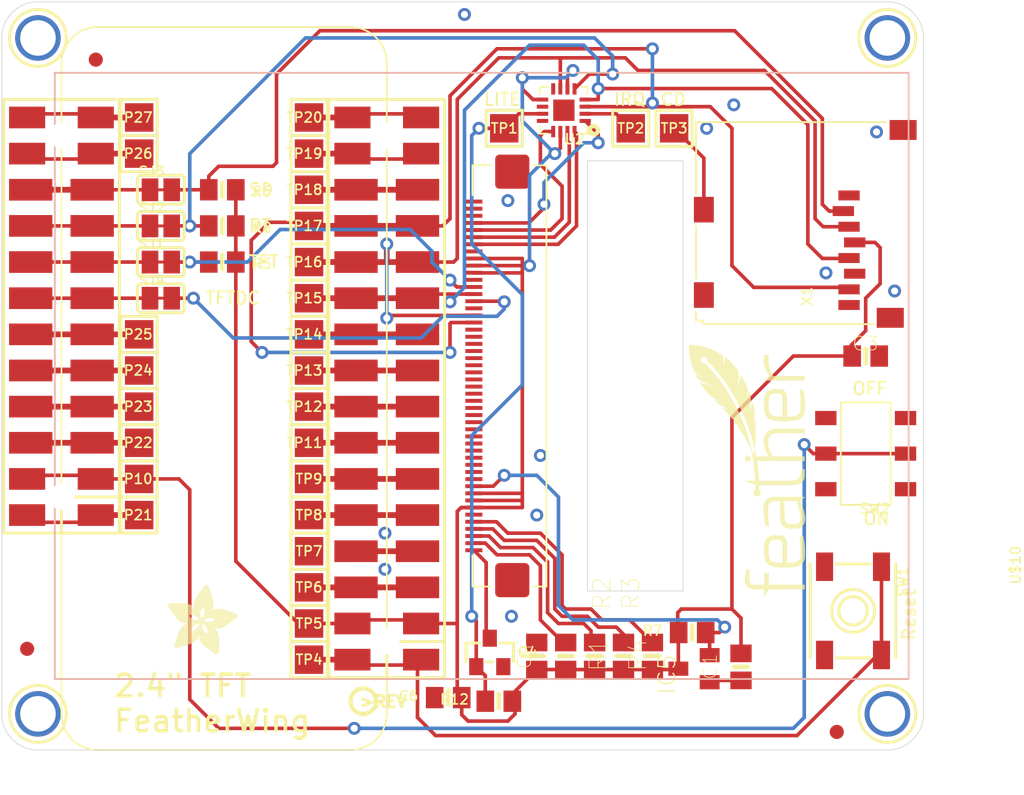
<source format=kicad_pcb>
(kicad_pcb (version 20211014) (generator pcbnew)
  (layers (0 "F.Cu" signal) (1 "In1.Cu" signal) (2 "In2.Cu" signal) (3 "In3.Cu" signal) (4 "In4.Cu" signal) (5 "In5.Cu" signal) (6 "In6.Cu" signal) (7 "In7.Cu" signal) (8 "In8.Cu" signal) (9 "In9.Cu" signal) (10 "In10.Cu" signal) (11 "In11.Cu" signal) (12 "In12.Cu" signal) (13 "In13.Cu" signal) (14 "In14.Cu" signal) (31 "B.Cu" signal) (34 "B.Paste" user) (35 "F.Paste" user) (36 "B.SilkS" user "B.Silkscreen") (37 "F.SilkS" user "F.Silkscreen") (38 "B.Mask" user) (39 "F.Mask" user) (44 "Edge.Cuts" user))
  (net 0 "")
  (net 1 "GND")
  (net 2 "TFT_CS")
  (net 3 "TFT_DC")
  (net 4 "N$1")
  (net 5 "N$2")
  (net 6 "N$3")
  (net 7 "N$4")
  (net 8 "LCD_LITE")
  (net 9 "N$5")
  (net 10 "SD_CS")
  (net 11 "CARDDET")
  (net 12 "3.3V")
  (net 13 "MISO")
  (net 14 "TFT_RST")
  (net 15 "XL")
  (net 16 "XR")
  (net 17 "YU")
  (net 18 "YD")
  (net 19 "RT_INT")
  (net 20 "SCLK")
  (net 21 "MOSI")
  (net 22 "~{RESET}")
  (net 23 "VBAT")
  (net 24 "EN")
  (net 25 "USB")
  (net 26 "N")
  (net 27 "M")
  (net 28 "L")
  (net 29 "H")
  (net 30 "SCL")
  (net 31 "SDA")
  (net 32 "G")
  (net 33 "TX")
  (net 34 "RX")
  (net 35 "F")
  (net 36 "E")
  (net 37 "D")
  (net 38 "C")
  (net 39 "B")
  (net 40 "A")
  (net 41 "AREF")
  (net 42 "RT_CS")
  (net 43 "K")
  (net 44 "J")
  (net 45 "I")
  (footprint "boardEagle:TESTPOINT_PAD_2MM" (layer "F.Cu") (at 137.7061 117.3226 180)
    (fp_text reference "TP7")
    (fp_text value "")
  )
  (footprint "boardEagle:TESTPOINT_PAD_2MM" (layer "F.Cu") (at 137.7061 102.0826 180)
    (fp_text reference "TP14")
    (fp_text value "")
  )
  (footprint "boardEagle:TESTPOINT_PAD_2MM" (layer "F.Cu") (at 137.7061 109.7026 180)
    (fp_text reference "TP11")
    (fp_text value "")
  )
  (footprint "boardEagle:TESTPOINT_PAD_2MM" (layer "F.Cu") (at 137.7061 91.9226 180)
    (fp_text reference "TP18")
    (fp_text value "")
  )
  (footprint "boardEagle:ADAFRUIT_5MM" (layer "F.Cu") (at 127.8001 124.5616)
    (fp_text reference "U$30" hide)
    (fp_text value "" hide)
  )
  (footprint "boardEagle:MOUNTINGHOLE_2.5_PLATED" (layer "F.Cu") (at 118.6561 128.7526)
    (fp_text reference "U$9" hide)
    (fp_text value "MOUNTINGHOLE2.5" hide)
  )
  (footprint "boardEagle:FEATHERLOGO_MED" (layer "F.Cu") (at 172.6311 120.6246 90)
    (fp_text reference "U$29" hide)
    (fp_text value "" hide)
  )
  (footprint "boardEagle:0805-NO" (layer "F.Cu") (at 151.0411 127.8636 180)
    (fp_text reference "R12")
    (fp_text value "3.9K")
  )
  (footprint "boardEagle:SOLDERJUMPER_CLOSEDWIRE" (layer "F.Cu") (at 127.2921 91.9226)
    (fp_text reference "SJ3")
    (fp_text value "")
  )
  (footprint "boardEagle:TESTPOINT_PAD_2MM" (layer "F.Cu") (at 125.7681 89.3826 180)
    (fp_text reference "TP26")
    (fp_text value "")
  )
  (footprint "boardEagle:TESTPOINT_PAD_2MM" (layer "F.Cu") (at 137.7061 114.7826 180)
    (fp_text reference "TP8")
    (fp_text value "")
  )
  (footprint "boardEagle:0805-NO" (layer "F.Cu") (at 131.6101 91.9226)
    (fp_text reference "R6")
    (fp_text value "100K")
  )
  (footprint "boardEagle:SOT23-WIDE" (layer "F.Cu") (at 150.4061 124.4346)
    (fp_text reference "Q4")
    (fp_text value "BSS138")
  )
  (footprint "boardEagle:TESTPOINT_PAD_2MM" (layer "F.Cu") (at 125.7681 112.2426 180)
    (fp_text reference "TP10")
    (fp_text value "")
  )
  (footprint "boardEagle:SOLDERJUMPER_CLOSEDWIRE" (layer "F.Cu") (at 127.2921 94.4626)
    (fp_text reference "SJ2")
    (fp_text value "")
  )
  (footprint "boardEagle:TESTPOINT_PAD_2MM" (layer "F.Cu") (at 137.7061 107.1626 180)
    (fp_text reference "TP12")
    (fp_text value "")
  )
  (footprint "boardEagle:0805-NO" (layer "F.Cu") (at 155.7401 124.6886 90)
    (fp_text reference "R1")
    (fp_text value "10")
  )
  (footprint "boardEagle:0805-NO" (layer "F.Cu") (at 176.8221 103.6066)
    (fp_text reference "C3")
    (fp_text value "10uF")
  )
  (footprint "boardEagle:EG1390" (layer "F.Cu") (at 176.8221 110.4646 90)
    (fp_text reference "SW2")
    (fp_text value "Slide Switch")
  )
  (footprint "boardEagle:0805-NO" (layer "F.Cu") (at 159.8041 124.6886 90)
    (fp_text reference "R3")
    (fp_text value "10")
  )
  (footprint "boardEagle:TESTPOINT_PAD_2MM" (layer "F.Cu") (at 137.7061 97.0026 180)
    (fp_text reference "TP16")
    (fp_text value "")
  )
  (footprint "boardEagle:QFN16_3MM" (layer "F.Cu") (at 155.6131 86.3346 180)
    (fp_text reference "U2")
    (fp_text value "STMPE811")
  )
  (footprint "boardEagle:MOUNTINGHOLE_2.5_PLATED" (layer "F.Cu") (at 118.6561 81.2546)
    (fp_text reference "U$11" hide)
    (fp_text value "MOUNTINGHOLE2.5" hide)
  )
  (footprint "boardEagle:PCBFEAT-REV-040" (layer "F.Cu") (at 141.5161 127.8636)
    (fp_text reference "U$34" hide)
    (fp_text value "" hide)
  )
  (footprint "boardEagle:TESTPOINT_PAD_2MM" (layer "F.Cu") (at 160.3121 87.6046)
    (fp_text reference "TP2")
    (fp_text value "")
  )
  (footprint "boardEagle:0805-NO" (layer "F.Cu") (at 164.6301 123.0376 180)
    (fp_text reference "R7")
    (fp_text value "10K")
  )
  (footprint "boardEagle:TESTPOINT_PAD_2MM" (layer "F.Cu") (at 125.7681 114.7826 180)
    (fp_text reference "TP21")
    (fp_text value "")
  )
  (footprint "boardEagle:TESTPOINT_PAD_2MM" (layer "F.Cu") (at 125.7681 109.7026 180)
    (fp_text reference "TP22")
    (fp_text value "")
  )
  (footprint "boardEagle:TESTPOINT_PAD_2MM" (layer "F.Cu") (at 125.7681 102.0826 180)
    (fp_text reference "TP25")
    (fp_text value "")
  )
  (footprint "boardEagle:FIDUCIAL_1MM" (layer "F.Cu") (at 122.7201 82.7786)
    (fp_text reference "FID1" hide)
    (fp_text value "FIDUCIAL\"\"" hide)
  )
  (footprint "boardEagle:0805-NO" (layer "F.Cu") (at 131.6101 94.4626)
    (fp_text reference "R8")
    (fp_text value "100K")
  )
  (footprint "boardEagle:0805-NO" (layer "F.Cu") (at 131.6101 97.0026)
    (fp_text reference "R5")
    (fp_text value "100K")
  )
  (footprint "boardEagle:0805-NO" (layer "F.Cu") (at 153.7081 124.6886 90)
    (fp_text reference "C4")
    (fp_text value "0.1uF")
  )
  (footprint "boardEagle:FEATHERWING_SMT2" (layer "F.Cu") (at 143.1671 131.2926 90)
    (fp_text reference "MS2" hide)
    (fp_text value "FEATHERWING_SMTDUAL" hide)
  )
  (footprint "boardEagle:FIDUCIAL_1MM" (layer "F.Cu") (at 174.7901 130.0226)
    (fp_text reference "FID2" hide)
    (fp_text value "FIDUCIAL\"\"" hide)
  )
  (footprint "boardEagle:SOLDERJUMPER_CLOSEDWIRE" (layer "F.Cu") (at 127.2921 99.5426)
    (fp_text reference "SJ4")
    (fp_text value "")
  )
  (footprint "boardEagle:MOUNTINGHOLE_2.5_PLATED" (layer "F.Cu") (at 178.3461 128.7526)
    (fp_text reference "U$15" hide)
    (fp_text value "MOUNTINGHOLE2.5" hide)
  )
  (footprint "boardEagle:TESTPOINT_PAD_2MM" (layer "F.Cu") (at 125.7681 107.1626 180)
    (fp_text reference "TP23")
    (fp_text value "")
  )
  (footprint "boardEagle:TESTPOINT_PAD_2MM" (layer "F.Cu") (at 137.7061 122.4026)
    (fp_text reference "TP5")
    (fp_text value "")
  )
  (footprint "boardEagle:TESTPOINT_PAD_2MM" (layer "F.Cu") (at 137.7061 94.4626 180)
    (fp_text reference "TP17")
    (fp_text value "")
  )
  (footprint "boardEagle:TESTPOINT_PAD_2MM" (layer "F.Cu") (at 137.7061 119.8626)
    (fp_text reference "TP6")
    (fp_text value "")
  )
  (footprint "boardEagle:0805-NO" (layer "F.Cu") (at 147.4851 127.6096 180)
    (fp_text reference "C6")
    (fp_text value "10uF")
  )
  (footprint "boardEagle:TESTPOINT_PAD_2MM" (layer "F.Cu") (at 125.7681 104.6226 180)
    (fp_text reference "TP24")
    (fp_text value "")
  )
  (footprint "boardEagle:MICROSD" (layer "F.Cu") (at 165.0111 101.3206 90)
    (fp_text reference "X1")
    (fp_text value "MicroSD Holder")
  )
  (footprint "boardEagle:TESTPOINT_PAD_2MM" (layer "F.Cu") (at 137.7061 99.5426 180)
    (fp_text reference "TP15")
    (fp_text value "")
  )
  (footprint "boardEagle:0805-NO" (layer "F.Cu") (at 161.8361 124.6886 90)
    (fp_text reference "R4")
    (fp_text value "10")
  )
  (footprint "boardEagle:0805-NO" (layer "F.Cu") (at 157.7721 124.6886 90)
    (fp_text reference "R2")
    (fp_text value "10")
  )
  (footprint "boardEagle:TESTPOINT_PAD_2MM" (layer "F.Cu") (at 151.4221 87.6046)
    (fp_text reference "TP1")
    (fp_text value "")
  )
  (footprint "boardEagle:TESTPOINT_PAD_2MM" (layer "F.Cu") (at 137.7061 124.9426)
    (fp_text reference "TP4")
    (fp_text value "")
  )
  (footprint "boardEagle:TESTPOINT_PAD_2MM" (layer "F.Cu") (at 163.3601 87.6046)
    (fp_text reference "TP3")
    (fp_text value "")
  )
  (footprint "boardEagle:TESTPOINT_PAD_2MM" (layer "F.Cu") (at 125.7681 86.8426 180)
    (fp_text reference "TP27")
    (fp_text value "")
  )
  (footprint "boardEagle:MOUNTINGHOLE_2.5_PLATED" (layer "F.Cu") (at 178.3461 81.2546)
    (fp_text reference "U$17" hide)
    (fp_text value "MOUNTINGHOLE2.5" hide)
  )
  (footprint "boardEagle:TESTPOINT_PAD_2MM" (layer "F.Cu") (at 137.7061 89.3826 180)
    (fp_text reference "TP19")
    (fp_text value "")
  )
  (footprint "boardEagle:SOLDERJUMPER_CLOSEDWIRE" (layer "F.Cu") (at 127.2921 97.0026)
    (fp_text reference "SJ1")
    (fp_text value "")
  )
  (footprint "boardEagle:EVQ-Q2_SMALLER" (layer "F.Cu") (at 175.9331 121.5136 -90)
    (fp_text reference "SW1")
    (fp_text value "EVQQ2")
  )
  (footprint "boardEagle:TESTPOINT_PAD_2MM" (layer "F.Cu") (at 137.7061 112.2426 180)
    (fp_text reference "TP9")
    (fp_text value "")
  )
  (footprint "boardEagle:0805-NO" (layer "F.Cu") (at 168.0591 125.4506 -90)
    (fp_text reference "C1")
    (fp_text value "0.1uF")
  )
  (footprint "boardEagle:SOT23" (layer "F.Cu") (at 164.7571 125.5776 90)
    (fp_text reference "IC5")
    (fp_text value "APX803")
  )
  (footprint "boardEagle:TESTPOINT_PAD_2MM" (layer "F.Cu") (at 137.7061 104.6226 180)
    (fp_text reference "TP13")
    (fp_text value "")
  )
  (footprint "boardEagle:TESTPOINT_PAD_2MM" (layer "F.Cu") (at 137.7061 86.8426 180)
    (fp_text reference "TP20")
    (fp_text value "")
  )
  (footprint "boardEagle:FIDUCIAL_1MM" (layer "F.Cu") (at 117.8941 124.1806)
    (fp_text reference "FID3" hide)
    (fp_text value "FIDUCIAL\"\"" hide)
  )
  (footprint "boardEagle:TFT_2.4IN_240X320_50PIN" (layer "B.Cu") (at 177.8381 105.0036 -90)
    (fp_text reference "U$10")
    (fp_text value "DISP_LCD_240X320_50PIN-2.4IN")
  )
  (gr_line (start 178.3461 131.2926) (end 118.6561 131.2926) (layer "Edge.Cuts") (width 0.05))
  (gr_arc (start 180.8861 128.7526) (mid 180.142151 130.548651) (end 178.3461 131.2926) (layer "Edge.Cuts") (width 0.05))
  (gr_arc (start 116.1161 81.2546) (mid 116.860049 79.458549) (end 118.6561 78.7146) (layer "Edge.Cuts") (width 0.05))
  (gr_line (start 157.2641 120.1166) (end 157.2641 89.8906) (layer "Edge.Cuts") (width 0.05))
  (gr_arc (start 178.3461 78.7146) (mid 180.142151 79.458549) (end 180.8861 81.2546) (layer "Edge.Cuts") (width 0.05))
  (gr_line (start 180.8861 81.2546) (end 180.8861 128.7526) (layer "Edge.Cuts") (width 0.05))
  (gr_line (start 116.1161 128.7526) (end 116.1161 81.2546) (layer "Edge.Cuts") (width 0.05))
  (gr_line (start 163.9951 89.8906) (end 163.9951 120.1166) (layer "Edge.Cuts") (width 0.05))
  (gr_line (start 157.2641 89.8906) (end 163.9951 89.8906) (layer "Edge.Cuts") (width 0.05))
  (gr_line (start 118.6561 78.7146) (end 178.3461 78.7146) (layer "Edge.Cuts") (width 0.05))
  (gr_arc (start 118.6561 131.2926) (mid 116.860049 130.548651) (end 116.1161 128.7526) (layer "Edge.Cuts") (width 0.05))
  (gr_line (start 163.9951 120.1166) (end 157.2641 120.1166) (layer "Edge.Cuts") (width 0.05))
  (gr_text "ON" (at 176.5681 115.5446) (layer "F.SilkS") (effects (font (size 0.87376 0.87376) (thickness 0.14224)) (justify left bottom)))
  (gr_text "CD" (at 162.3441 86.0806) (layer "F.SilkS") (effects (font (size 0.87376 0.87376) (thickness 0.14224)) (justify left bottom)))
  (gr_text "TFT" (at 133.3881 97.5106) (layer "F.SilkS") (effects (font (size 0.87376 0.87376) (thickness 0.14224)) (justify left bottom)))
  (gr_text "2.4\" TFT\nFeatherWing" (at 123.8631 130.1496) (layer "F.SilkS") (effects (font (size 1.52908 1.52908) (thickness 0.24892)) (justify left bottom)))
  (gr_text "RT" (at 133.3881 94.9706) (layer "F.SilkS") (effects (font (size 0.87376 0.87376) (thickness 0.14224)) (justify left bottom)))
  (gr_text "LITE" (at 149.8981 86.0806) (layer "F.SilkS") (effects (font (size 0.87376 0.87376) (thickness 0.14224)) (justify left bottom)))
  (gr_text "TFTDC" (at 130.3401 100.0506) (layer "F.SilkS") (effects (font (size 0.87376 0.87376) (thickness 0.14224)) (justify left bottom)))
  (gr_text "Reset" (at 180.3781 123.6726 90) (layer "F.SilkS") (effects (font (size 0.87376 0.87376) (thickness 0.14224)) (justify left bottom)))
  (gr_text "SD" (at 133.3881 92.4306) (layer "F.SilkS") (effects (font (size 0.87376 0.87376) (thickness 0.14224)) (justify left bottom)))
  (gr_text "IRQ" (at 159.0421 86.0806) (layer "F.SilkS") (effects (font (size 0.87376 0.87376) (thickness 0.14224)) (justify left bottom)))
  (gr_text "OFF" (at 175.8061 106.4006) (layer "F.SilkS") (effects (font (size 0.87376 0.87376) (thickness 0.14224)) (justify left bottom)))
  (segment (start 141.0081 117.3226) (end 145.3261 117.3226) (width 0.4064) (layer "F.Cu") (net 1))
  (segment (start 168.0591 126.4006) (end 165.9841 126.4006) (width 0.254) (layer "F.Cu") (net 1))
  (segment (start 165.9841 126.4006) (end 165.8571 126.5276) (width 0.254) (layer "F.Cu") (net 1))
  (via (at 153.7081 114.7826) (size 0.9064) (drill 0.5) (layers "F.Cu" "B.Cu") (net 1))
  (via (at 174.0281 97.7646) (size 0.9064) (drill 0.5) (layers "F.Cu" "B.Cu") (net 1))
  (via (at 165.6461 87.6046) (size 0.9064) (drill 0.5) (layers "F.Cu" "B.Cu") (net 1))
  (via (at 167.5511 85.9536) (size 0.9064) (drill 0.5) (layers "F.Cu" "B.Cu") (net 1))
  (via (at 148.6281 79.6036) (size 0.9064) (drill 0.5) (layers "F.Cu" "B.Cu") (net 1))
  (via (at 151.9301 121.8946) (size 0.9064) (drill 0.5) (layers "F.Cu" "B.Cu") (net 1))
  (via (at 151.6761 92.6846) (size 0.9064) (drill 0.5) (layers "F.Cu" "B.Cu") (net 1))
  (via (at 143.0401 116.0526) (size 0.9064) (drill 0.5) (layers "F.Cu" "B.Cu") (net 1))
  (via (at 178.8541 99.0346) (size 0.9064) (drill 0.5) (layers "F.Cu" "B.Cu") (net 1))
  (via (at 143.0401 118.5926) (size 0.9064) (drill 0.5) (layers "F.Cu" "B.Cu") (net 1))
  (via (at 177.5841 87.8586) (size 0.9064) (drill 0.5) (layers "F.Cu" "B.Cu") (net 1))
  (via (at 153.9621 110.5916) (size 0.9064) (drill 0.5) (layers "F.Cu" "B.Cu") (net 1))
  (segment (start 149.2871 98.7536) (end 148.0931 98.7536) (width 0.254) (layer "F.Cu") (net 2))
  (segment (start 129.3241 97.0026) (end 130.6601 97.0026) (width 0.254) (layer "F.Cu") (net 2))
  (segment (start 128.0541 97.0026) (end 129.3241 97.0026) (width 0.254) (layer "F.Cu") (net 2))
  (segment (start 148.0931 98.7536) (end 147.6121 98.2726) (width 0.254) (layer "F.Cu") (net 2))
  (via (at 147.6121 98.2726) (size 0.9064) (drill 0.5) (layers "F.Cu" "B.Cu") (net 2))
  (via (at 129.3241 97.0026) (size 0.9064) (drill 0.5) (layers "F.Cu" "B.Cu") (net 2))
  (segment (start 146.3421 97.0026) (end 147.6121 98.2726) (width 0.254) (layer "B.Cu") (net 2))
  (segment (start 129.3241 97.0026) (end 133.3881 97.0026) (width 0.254) (layer "B.Cu") (net 2))
  (segment (start 146.3421 96.2406) (end 146.3421 97.0026) (width 0.254) (layer "B.Cu") (net 2))
  (segment (start 133.3881 97.0026) (end 135.6741 94.7166) (width 0.254) (layer "B.Cu") (net 2))
  (segment (start 144.8181 94.7166) (end 146.3421 96.2406) (width 0.254) (layer "B.Cu") (net 2))
  (segment (start 135.6741 94.7166) (end 144.8181 94.7166) (width 0.254) (layer "B.Cu") (net 2))
  (segment (start 151.4221 99.7966) (end 151.3791 99.7536) (width 0.254) (layer "F.Cu") (net 3))
  (segment (start 151.3791 99.7536) (end 149.2871 99.7536) (width 0.254) (layer "F.Cu") (net 3))
  (segment (start 128.0541 99.5426) (end 129.5781 99.5426) (width 0.254) (layer "F.Cu") (net 3))
  (via (at 151.4221 99.7966) (size 0.9064) (drill 0.5) (layers "F.Cu" "B.Cu") (net 3))
  (via (at 129.5781 99.5426) (size 0.9064) (drill 0.5) (layers "F.Cu" "B.Cu") (net 3))
  (segment (start 145.5801 102.3366) (end 147.1041 100.8126) (width 0.254) (layer "B.Cu") (net 3))
  (segment (start 132.3721 102.3366) (end 145.5801 102.3366) (width 0.254) (layer "B.Cu") (net 3))
  (segment (start 150.9141 100.8126) (end 151.4221 100.3046) (width 0.254) (layer "B.Cu") (net 3))
  (segment (start 129.5781 99.5426) (end 132.3721 102.3366) (width 0.254) (layer "B.Cu") (net 3))
  (segment (start 147.1041 100.8126) (end 150.9141 100.8126) (width 0.254) (layer "B.Cu") (net 3))
  (segment (start 151.4221 100.3046) (end 151.4221 99.7966) (width 0.254) (layer "B.Cu") (net 3))
  (segment (start 149.2871 115.2536) (end 150.8771 115.2536) (width 0.254) (layer "F.Cu") (net 4))
  (segment (start 158.2801 122.1486) (end 160.2461 122.1486) (width 0.254) (layer "F.Cu") (net 4))
  (segment (start 157.5181 121.3866) (end 158.2801 122.1486) (width 0.254) (layer "F.Cu") (net 4))
  (segment (start 151.6761 116.0526) (end 153.9621 116.0526) (width 0.254) (layer "F.Cu") (net 4))
  (segment (start 155.4861 117.5766) (end 155.4861 121.1326) (width 0.254) (layer "F.Cu") (net 4))
  (segment (start 155.4861 121.1326) (end 155.7401 121.3866) (width 0.254) (layer "F.Cu") (net 4))
  (segment (start 153.9621 116.0526) (end 155.4861 117.5766) (width 0.254) (layer "F.Cu") (net 4))
  (segment (start 160.2461 122.1486) (end 161.8361 123.7386) (width 0.254) (layer "F.Cu") (net 4))
  (segment (start 155.7401 121.3866) (end 157.5181 121.3866) (width 0.254) (layer "F.Cu") (net 4))
  (segment (start 150.8771 115.2536) (end 151.6761 116.0526) (width 0.254) (layer "F.Cu") (net 4))
  (segment (start 150.9141 117.5766) (end 153.2001 117.5766) (width 0.254) (layer "F.Cu") (net 5))
  (segment (start 153.2001 117.5766) (end 153.9621 118.3386) (width 0.254) (layer "F.Cu") (net 5))
  (segment (start 149.2871 116.7536) (end 150.0911 116.7536) (width 0.254) (layer "F.Cu") (net 5))
  (segment (start 153.9621 118.3386) (end 153.9621 122.1486) (width 0.254) (layer "F.Cu") (net 5))
  (segment (start 150.0911 116.7536) (end 150.9141 117.5766) (width 0.254) (layer "F.Cu") (net 5))
  (segment (start 153.9621 122.1486) (end 155.5521 123.7386) (width 0.254) (layer "F.Cu") (net 5))
  (segment (start 155.5521 123.7386) (end 155.7401 123.7386) (width 0.254) (layer "F.Cu") (net 5))
  (segment (start 157.5181 123.4846) (end 157.7721 123.7386) (width 0.254) (layer "F.Cu") (net 6))
  (segment (start 151.1681 117.0686) (end 153.4541 117.0686) (width 0.254) (layer "F.Cu") (net 6))
  (segment (start 157.0101 122.4026) (end 157.5181 122.9106) (width 0.254) (layer "F.Cu") (net 6))
  (segment (start 149.2871 116.2536) (end 150.3531 116.2536) (width 0.254) (layer "F.Cu") (net 6))
  (segment (start 155.2321 122.4026) (end 157.0101 122.4026) (width 0.254) (layer "F.Cu") (net 6))
  (segment (start 154.4701 118.0846) (end 154.4701 121.6406) (width 0.254) (layer "F.Cu") (net 6))
  (segment (start 150.3531 116.2536) (end 151.1681 117.0686) (width 0.254) (layer "F.Cu") (net 6))
  (segment (start 154.4701 121.6406) (end 155.2321 122.4026) (width 0.254) (layer "F.Cu") (net 6))
  (segment (start 157.5181 122.9106) (end 157.5181 123.4846) (width 0.254) (layer "F.Cu") (net 6))
  (segment (start 153.4541 117.0686) (end 154.4701 118.0846) (width 0.254) (layer "F.Cu") (net 6))
  (segment (start 159.2961 122.6566) (end 159.8041 123.1646) (width 0.254) (layer "F.Cu") (net 7))
  (segment (start 151.4221 116.5606) (end 153.7081 116.5606) (width 0.254) (layer "F.Cu") (net 7))
  (segment (start 150.6151 115.7536) (end 151.4221 116.5606) (width 0.254) (layer "F.Cu") (net 7))
  (segment (start 155.4861 121.8946) (end 157.2641 121.8946) (width 0.254) (layer "F.Cu") (net 7))
  (segment (start 154.9781 121.3866) (end 155.4861 121.8946) (width 0.254) (layer "F.Cu") (net 7))
  (segment (start 159.8041 123.1646) (end 159.8041 123.7386) (width 0.254) (layer "F.Cu") (net 7))
  (segment (start 153.7081 116.5606) (end 154.9781 117.8306) (width 0.254) (layer "F.Cu") (net 7))
  (segment (start 158.0261 122.6566) (end 159.2961 122.6566) (width 0.254) (layer "F.Cu") (net 7))
  (segment (start 154.9781 117.8306) (end 154.9781 121.3866) (width 0.254) (layer "F.Cu") (net 7))
  (segment (start 157.2641 121.8946) (end 158.0261 122.6566) (width 0.254) (layer "F.Cu") (net 7))
  (segment (start 149.2871 115.7536) (end 150.6151 115.7536) (width 0.254) (layer "F.Cu") (net 7))
  (segment (start 149.4561 125.4346) (end 149.4561 122.2146) (width 0.254) (layer "F.Cu") (net 8))
  (segment (start 149.4561 122.2146) (end 149.1361 121.8946) (width 0.254) (layer "F.Cu") (net 8))
  (segment (start 152.4421 86.5846) (end 151.4221 87.6046) (width 0.254) (layer "F.Cu") (net 8))
  (segment (start 149.4561 125.4346) (end 150.0911 126.0696) (width 0.254) (layer "F.Cu") (net 8))
  (segment (start 150.0911 126.0696) (end 150.0911 127.8636) (width 0.254) (layer "F.Cu") (net 8))
  (segment (start 149.6441 87.6046) (end 151.4221 87.6046) (width 0.254) (layer "F.Cu") (net 8))
  (segment (start 154.1131 86.5846) (end 152.4421 86.5846) (width 0.254) (layer "F.Cu") (net 8))
  (via (at 149.1361 121.8946) (size 0.9064) (drill 0.5) (layers "F.Cu" "B.Cu") (net 8))
  (via (at 149.6441 87.6046) (size 0.9064) (drill 0.5) (layers "F.Cu" "B.Cu") (net 8))
  (segment (start 149.1361 88.1126) (end 149.6441 87.6046) (width 0.254) (layer "B.Cu") (net 8))
  (segment (start 152.6921 105.6386) (end 149.1361 109.1946) (width 0.254) (layer "B.Cu") (net 8))
  (segment (start 152.6921 99.2886) (end 152.6921 105.6386) (width 0.254) (layer "B.Cu") (net 8))
  (segment (start 149.1361 88.1126) (end 149.1361 95.7326) (width 0.254) (layer "B.Cu") (net 8))
  (segment (start 149.1361 95.7326) (end 152.6921 99.2886) (width 0.254) (layer "B.Cu") (net 8))
  (segment (start 149.1361 109.1946) (end 149.1361 121.8946) (width 0.254) (layer "B.Cu") (net 8))
  (segment (start 149.2871 117.2536) (end 150.1521 118.1186) (width 0.254) (layer "F.Cu") (net 9))
  (segment (start 150.4061 123.1646) (end 150.4061 123.4346) (width 0.254) (layer "F.Cu") (net 9))
  (segment (start 150.1521 122.9106) (end 150.4061 123.1646) (width 0.254) (layer "F.Cu") (net 9))
  (segment (start 150.1521 118.1186) (end 150.1521 122.9106) (width 0.254) (layer "F.Cu") (net 9))
  (segment (start 175.2511 93.4206) (end 174.2561 93.4206) (width 0.254) (layer "F.Cu") (net 10))
  (segment (start 128.0541 91.9226) (end 130.6601 91.9226) (width 0.254) (layer "F.Cu") (net 10))
  (segment (start 174.2561 93.4206) (end 173.7741 92.9386) (width 0.254) (layer "F.Cu") (net 10))
  (segment (start 138.4681 80.7466) (end 167.6121 80.7466) (width 0.254) (layer "F.Cu") (net 10))
  (segment (start 130.6601 91.9226) (end 130.6601 90.9676) (width 0.254) (layer "F.Cu") (net 10))
  (segment (start 130.6601 90.9676) (end 131.3561 90.2716) (width 0.254) (layer "F.Cu") (net 10))
  (segment (start 173.7741 86.9086) (end 167.6121 80.7466) (width 0.254) (layer "F.Cu") (net 10))
  (segment (start 135.4201 83.7946) (end 138.4681 80.7466) (width 0.254) (layer "F.Cu") (net 10))
  (segment (start 135.4201 90.0176) (end 135.4201 83.7946) (width 0.254) (layer "F.Cu") (net 10))
  (segment (start 131.3561 90.2716) (end 135.1661 90.2716) (width 0.254) (layer "F.Cu") (net 10))
  (segment (start 135.1661 90.2716) (end 135.4201 90.0176) (width 0.254) (layer "F.Cu") (net 10))
  (segment (start 173.7741 92.9386) (end 173.7741 86.9086) (width 0.254) (layer "F.Cu") (net 10))
  (segment (start 165.4511 93.3206) (end 165.4511 89.6956) (width 0.254) (layer "F.Cu") (net 11))
  (segment (start 165.4511 89.6956) (end 163.3601 87.6046) (width 0.254) (layer "F.Cu") (net 11))
  (segment (start 136.9441 122.4026) (end 132.5601 118.0186) (width 0.254) (layer "F.Cu") (net 12))
  (segment (start 152.1841 128.0566) (end 151.9911 127.8636) (width 0.254) (layer "F.Cu") (net 12))
  (segment (start 171.7421 103.6066) (end 167.4241 107.9246) (width 0.254) (layer "F.Cu") (net 12))
  (segment (start 163.6141 121.6406) (end 163.6141 122.9716) (width 0.254) (layer "F.Cu") (net 12))
  (segment (start 152.6921 97.2536) (end 152.6921 97.2566) (width 0.254) (layer "F.Cu") (net 12))
  (segment (start 136.9441 122.4026) (end 137.1981 122.4026) (width 0.254) (layer "F.Cu") (net 12))
  (segment (start 148.4351 128.8136) (end 148.8821 129.2606) (width 0.254) (layer "F.Cu") (net 12))
  (segment (start 157.7721 125.6386) (end 159.8041 125.6386) (width 0.254) (layer "F.Cu") (net 12))
  (segment (start 132.5601 94.4626) (end 132.5601 97.0026) (width 0.254) (layer "F.Cu") (net 12))
  (segment (start 148.1201 122.4026) (end 148.1201 127.2946) (width 0.254) (layer "F.Cu") (net 12))
  (segment (start 176.8221 101.8286) (end 175.8061 102.8446) (width 0.254) (layer "F.Cu") (net 12))
  (segment (start 140.7541 122.4026) (end 141.0081 122.1486) (width 0.254) (layer "F.Cu") (net 12))
  (segment (start 151.6761 129.2606) (end 152.1841 128.7526) (width 0.254) (layer "F.Cu") (net 12))
  (segment (start 141.0081 122.1486) (end 144.6911 122.1486) (width 0.254) (layer "F.Cu") (net 12))
  (segment (start 167.4241 121.3866) (end 163.8681 121.3866) (width 0.254) (layer "F.Cu") (net 12))
  (segment (start 175.8721 103.6066) (end 171.7421 103.6066) (width 0.254) (layer "F.Cu") (net 12))
  (segment (start 145.5801 122.4026) (end 148.1201 122.4026) (width 0.254) (layer "F.Cu") (net 12))
  (segment (start 152.6921 97.2566) (end 153.2001 97.2566) (width 0.254) (layer "F.Cu") (net 12))
  (segment (start 152.6921 97.2566) (end 152.6921 97.7646) (width 0.254) (layer "F.Cu") (net 12))
  (segment (start 152.6921 113.2536) (end 152.6921 113.7536) (width 0.254) (layer "F.Cu") (net 12))
  (segment (start 148.4351 127.6096) (end 148.4351 128.8136) (width 0.254) (layer "F.Cu") (net 12))
  (segment (start 137.7061 122.4026) (end 140.7541 122.4026) (width 0.254) (layer "F.Cu") (net 12))
  (segment (start 151.9911 127.3556) (end 151.9911 127.8636) (width 0.254) (layer "F.Cu") (net 12))
  (segment (start 149.2871 114.2536) (end 152.6921 114.2536) (width 0.254) (layer "F.Cu") (net 12))
  (segment (start 152.6921 113.2536) (end 152.6921 97.7646) (width 0.254) (layer "F.Cu") (net 12))
  (segment (start 149.2871 114.2536) (end 148.3951 114.2536) (width 0.254) (layer "F.Cu") (net 12))
  (segment (start 155.3631 87.8346) (end 155.3631 88.9976) (width 0.254) (layer "F.Cu") (net 12))
  (segment (start 149.2871 113.2536) (end 152.6921 113.2536) (width 0.254) (layer "F.Cu") (net 12))
  (segment (start 175.8061 103.5406) (end 175.8721 103.6066) (width 0.254) (layer "F.Cu") (net 12))
  (segment (start 163.8681 121.3866) (end 163.6141 121.6406) (width 0.254) (layer "F.Cu") (net 12))
  (segment (start 149.2871 96.7536) (end 152.6921 96.7536) (width 0.254) (layer "F.Cu") (net 12))
  (segment (start 153.7081 125.6386) (end 151.9911 127.3556) (width 0.254) (layer "F.Cu") (net 12))
  (segment (start 175.8061 102.8446) (end 175.8061 103.5406) (width 0.254) (layer "F.Cu") (net 12))
  (segment (start 149.2871 97.2536) (end 152.6921 97.2536) (width 0.254) (layer "F.Cu") (net 12))
  (segment (start 159.8041 125.6386) (end 161.8361 125.6386) (width 0.254) (layer "F.Cu") (net 12))
  (segment (start 163.6141 122.9716) (end 163.6801 123.0376) (width 0.254) (layer "F.Cu") (net 12))
  (segment (start 153.4421 85.5846) (end 152.6921 84.8346) (width 0.254) (layer "F.Cu") (net 12))
  (segment (start 176.8221 99.5426) (end 176.8221 101.8286) (width 0.254) (layer "F.Cu") (net 12))
  (segment (start 152.6921 84.8346) (end 152.6921 84.0486) (width 0.254) (layer "F.Cu") (net 12))
  (segment (start 148.3951 114.2536) (end 148.1201 114.5286) (width 0.254) (layer "F.Cu") (net 12))
  (segment (start 155.7401 125.6386) (end 157.7721 125.6386) (width 0.254) (layer "F.Cu") (net 12))
  (segment (start 132.5601 91.9226) (end 132.5601 94.4626) (width 0.254) (layer "F.Cu") (net 12))
  (segment (start 161.8361 125.6386) (end 163.5961 125.6386) (width 0.254) (layer "F.Cu") (net 12))
  (segment (start 167.4241 107.9246) (end 167.4241 121.3866) (width 0.254) (layer "F.Cu") (net 12))
  (segment (start 137.7061 122.4026) (end 137.1981 122.4026) (width 0.4064) (layer "F.Cu") (net 12))
  (segment (start 132.5601 118.0186) (end 132.5601 97.0026) (width 0.254) (layer "F.Cu") (net 12))
  (segment (start 148.8821 129.2606) (end 151.6761 129.2606) (width 0.254) (layer "F.Cu") (net 12))
  (segment (start 163.6571 123.0606) (end 163.6801 123.0376) (width 0.254) (layer "F.Cu") (net 12))
  (segment (start 177.8381 98.5266) (end 176.8221 99.5426) (width 0.254) (layer "F.Cu") (net 12))
  (segment (start 148.1201 127.2946) (end 148.4351 127.6096) (width 0.254) (layer "F.Cu") (net 12))
  (segment (start 155.8631 83.9256) (end 156.2481 83.5406) (width 0.254) (layer "F.Cu") (net 12))
  (segment (start 153.4421 85.5846) (end 154.1131 85.5846) (width 0.254) (layer "F.Cu") (net 12))
  (segment (start 152.6921 97.7646) (end 149.2871 97.7646) (width 0.254) (layer "F.Cu") (net 12))
  (segment (start 144.6911 122.1486) (end 144.9451 122.4026) (width 0.254) (layer "F.Cu") (net 12))
  (segment (start 149.2871 113.7536) (end 152.6921 113.7536) (width 0.254) (layer "F.Cu") (net 12))
  (segment (start 163.5961 125.6386) (end 163.6571 125.5776) (width 0.254) (layer "F.Cu") (net 12))
  (segment (start 152.6921 113.7536) (end 152.6921 114.2536) (width 0.254) (layer "F.Cu") (net 12))
  (segment (start 168.0591 122.0216) (end 167.4241 121.3866) (width 0.254) (layer "F.Cu") (net 12))
  (segment (start 151.8691 127.8636) (end 151.9911 127.8636) (width 0.254) (layer "F.Cu") (net 12))
  (segment (start 153.7081 125.6386) (end 155.7401 125.6386) (width 0.254) (layer "F.Cu") (net 12))
  (segment (start 177.8381 95.9866) (end 177.8381 98.5266) (width 0.254) (layer "F.Cu") (net 12))
  (segment (start 163.6571 125.5776) (end 163.6571 123.0606) (width 0.254) (layer "F.Cu") (net 12))
  (segment (start 168.0591 124.5006) (end 168.0591 122.0216) (width 0.254) (layer "F.Cu") (net 12))
  (segment (start 155.3631 88.9976) (end 154.9781 89.3826) (width 0.254) (layer "F.Cu") (net 12))
  (segment (start 155.8631 84.8346) (end 155.8631 83.9256) (width 0.254) (layer "F.Cu") (net 12))
  (segment (start 152.6921 96.7536) (end 152.6921 97.2536) (width 0.254) (layer "F.Cu") (net 12))
  (segment (start 148.1201 114.5286) (end 148.1201 122.4026) (width 0.254) (layer "F.Cu") (net 12))
  (segment (start 151.6761 128.0566) (end 151.8691 127.8636) (width 0.254) (layer "F.Cu") (net 12))
  (segment (start 144.9451 122.4026) (end 145.5801 122.4026) (width 0.254) (layer "F.Cu") (net 12))
  (segment (start 177.4721 95.6206) (end 177.8381 95.9866) (width 0.254) (layer "F.Cu") (net 12))
  (segment (start 176.0511 95.6206) (end 177.4721 95.6206) (width 0.254) (layer "F.Cu") (net 12))
  (segment (start 149.2871 97.7646) (end 149.2871 97.7536) (width 0.254) (layer "F.Cu") (net 12))
  (segment (start 152.1841 128.7526) (end 152.1841 128.0566) (width 0.254) (layer "F.Cu") (net 12))
  (via (at 156.2481 83.5406) (size 0.9064) (drill 0.5) (layers "F.Cu" "B.Cu") (net 12))
  (via (at 154.9781 89.3826) (size 0.9064) (drill 0.5) (layers "F.Cu" "B.Cu") (net 12))
  (via (at 153.2001 97.2566) (size 0.9064) (drill 0.5) (layers "F.Cu" "B.Cu") (net 12))
  (via (at 152.6921 84.0486) (size 0.9064) (drill 0.5) (layers "F.Cu" "B.Cu") (net 12))
  (segment (start 155.7401 84.0486) (end 152.6921 84.0486) (width 0.254) (layer "B.Cu") (net 12))
  (segment (start 156.2481 83.5406) (end 155.7401 84.0486) (width 0.254) (layer "B.Cu") (net 12))
  (segment (start 152.6921 87.0966) (end 152.6921 84.0486) (width 0.254) (layer "B.Cu") (net 12))
  (segment (start 154.7241 89.3826) (end 154.9781 89.3826) (width 0.254) (layer "B.Cu") (net 12))
  (segment (start 153.2001 90.9066) (end 154.7241 89.3826) (width 0.254) (layer "B.Cu") (net 12))
  (segment (start 153.2001 97.2566) (end 153.2001 90.9066) (width 0.254) (layer "B.Cu") (net 12))
  (segment (start 154.9781 89.3826) (end 152.6921 87.0966) (width 0.254) (layer "B.Cu") (net 12))
  (segment (start 147.6121 93.9546) (end 147.6121 85.3186) (width 0.254) (layer "F.Cu") (net 13))
  (segment (start 167.4241 87.6046) (end 165.9041 86.0846) (width 0.254) (layer "F.Cu") (net 13))
  (segment (start 168.9481 98.7806) (end 175.5111 98.7806) (width 0.254) (layer "F.Cu") (net 13))
  (segment (start 133.6421 95.4786) (end 134.9121 94.2086) (width 0.254) (layer "F.Cu") (net 13))
  (segment (start 167.4241 97.2566) (end 168.9481 98.7806) (width 0.254) (layer "F.Cu") (net 13))
  (segment (start 137.9601 94.2086) (end 138.2141 94.4626) (width 0.254) (layer "F.Cu") (net 13))
  (segment (start 161.8361 85.8266) (end 161.8361 86.0846) (width 0.254) (layer "F.Cu") (net 13))
  (segment (start 145.3261 94.4626) (end 147.1041 94.4626) (width 0.254) (layer "F.Cu") (net 13))
  (segment (start 136.9441 94.4626) (end 137.7061 94.4626) (width 0.254) (layer "F.Cu") (net 13))
  (segment (start 138.2141 94.4626) (end 141.0081 94.4626) (width 0.4064) (layer "F.Cu") (net 13))
  (segment (start 147.6121 101.3206) (end 147.6121 103.3526) (width 0.254) (layer "F.Cu") (net 13))
  (segment (start 150.9141 82.0166) (end 161.8361 82.0166) (width 0.254) (layer "F.Cu") (net 13))
  (segment (start 147.6791 101.2536) (end 147.6121 101.3206) (width 0.254) (layer "F.Cu") (net 13))
  (segment (start 149.2871 101.2536) (end 147.6791 101.2536) (width 0.254) (layer "F.Cu") (net 13))
  (segment (start 134.4041 103.3526) (end 133.6421 102.5906) (width 0.254) (layer "F.Cu") (net 13))
  (segment (start 167.4241 87.6046) (end 167.4241 97.2566) (width 0.254) (layer "F.Cu") (net 13))
  (segment (start 141.0081 94.4626) (end 145.3261 94.4626) (width 0.4064) (layer "F.Cu") (net 13))
  (segment (start 138.2141 94.4626) (end 137.7061 94.4626) (width 0.4064) (layer "F.Cu") (net 13))
  (segment (start 133.6421 102.5906) (end 133.6421 95.4786) (width 0.254) (layer "F.Cu") (net 13))
  (segment (start 175.5111 98.7806) (end 175.6511 98.9206) (width 0.254) (layer "F.Cu") (net 13))
  (segment (start 147.1041 94.4626) (end 147.6121 93.9546) (width 0.254) (layer "F.Cu") (net 13))
  (segment (start 147.6121 85.3186) (end 150.9141 82.0166) (width 0.254) (layer "F.Cu") (net 13))
  (segment (start 165.9041 86.0846) (end 161.8361 86.0846) (width 0.254) (layer "F.Cu") (net 13))
  (segment (start 157.1131 86.0846) (end 161.8361 86.0846) (width 0.254) (layer "F.Cu") (net 13))
  (segment (start 134.9121 94.2086) (end 137.9601 94.2086) (width 0.254) (layer "F.Cu") (net 13))
  (via (at 134.4041 103.3526) (size 0.9064) (drill 0.5) (layers "F.Cu" "B.Cu") (net 13))
  (via (at 161.8361 82.0166) (size 0.9064) (drill 0.5) (layers "F.Cu" "B.Cu") (net 13))
  (via (at 161.8361 85.8266) (size 0.9064) (drill 0.5) (layers "F.Cu" "B.Cu") (net 13))
  (via (at 147.6121 103.3526) (size 0.9064) (drill 0.5) (layers "F.Cu" "B.Cu") (net 13))
  (segment (start 134.4041 103.3526) (end 147.6121 103.3526) (width 0.254) (layer "B.Cu") (net 13))
  (segment (start 161.8361 82.0166) (end 161.8361 85.8266) (width 0.254) (layer "B.Cu") (net 13))
  (segment (start 166.5351 123.0376) (end 165.5801 123.0376) (width 0.254) (layer "F.Cu") (net 14))
  (segment (start 166.9161 122.6566) (end 166.5351 123.0376) (width 0.254) (layer "F.Cu") (net 14))
  (segment (start 165.8571 123.3146) (end 165.5801 123.0376) (width 0.254) (layer "F.Cu") (net 14))
  (segment (start 149.2871 112.7536) (end 150.6571 112.7536) (width 0.254) (layer "F.Cu") (net 14))
  (segment (start 150.6571 112.7536) (end 151.4221 111.9886) (width 0.254) (layer "F.Cu") (net 14))
  (segment (start 165.8571 124.6276) (end 165.8571 123.3146) (width 0.254) (layer "F.Cu") (net 14))
  (via (at 166.9161 122.6566) (size 0.9064) (drill 0.5) (layers "F.Cu" "B.Cu") (net 14))
  (via (at 151.4221 111.9886) (size 0.9064) (drill 0.5) (layers "F.Cu" "B.Cu") (net 14))
  (segment (start 156.2481 122.1486) (end 166.4081 122.1486) (width 0.254) (layer "B.Cu") (net 14))
  (segment (start 155.2321 113.5126) (end 155.2321 121.1326) (width 0.254) (layer "B.Cu") (net 14))
  (segment (start 151.4221 111.9886) (end 153.7081 111.9886) (width 0.254) (layer "B.Cu") (net 14))
  (segment (start 166.4081 122.1486) (end 166.9161 122.6566) (width 0.254) (layer "B.Cu") (net 14))
  (segment (start 153.7081 111.9886) (end 155.2321 113.5126) (width 0.254) (layer "B.Cu") (net 14))
  (segment (start 155.2321 121.1326) (end 156.2481 122.1486) (width 0.254) (layer "B.Cu") (net 14))
  (segment (start 155.4861 91.6686) (end 155.4861 93.9546) (width 0.254) (layer "F.Cu") (net 15))
  (segment (start 154.8631 87.8346) (end 154.2401 87.8346) (width 0.254) (layer "F.Cu") (net 15))
  (segment (start 149.2871 94.7536) (end 154.6871 94.7536) (width 0.254) (layer "F.Cu") (net 15))
  (segment (start 153.9621 90.1446) (end 155.4861 91.6686) (width 0.254) (layer "F.Cu") (net 15))
  (segment (start 154.6871 94.7536) (end 155.4861 93.9546) (width 0.254) (layer "F.Cu") (net 15))
  (segment (start 154.2401 87.8346) (end 153.9621 88.1126) (width 0.254) (layer "F.Cu") (net 15))
  (segment (start 153.9621 88.1126) (end 153.9621 90.1446) (width 0.254) (layer "F.Cu") (net 15))
  (segment (start 155.2111 95.7536) (end 156.5021 94.4626) (width 0.254) (layer "F.Cu") (net 16))
  (segment (start 156.5021 94.4626) (end 156.5021 87.9736) (width 0.254) (layer "F.Cu") (net 16))
  (segment (start 156.5021 87.9736) (end 156.3631 87.8346) (width 0.254) (layer "F.Cu") (net 16))
  (segment (start 149.2871 95.7536) (end 155.2111 95.7536) (width 0.254) (layer "F.Cu") (net 16))
  (segment (start 154.2161 93.1926) (end 154.2161 92.9386) (width 0.254) (layer "F.Cu") (net 17))
  (segment (start 153.1551 94.2536) (end 154.2161 93.1926) (width 0.254) (layer "F.Cu") (net 17))
  (segment (start 158.0261 87.9976) (end 157.1131 87.0846) (width 0.254) (layer "F.Cu") (net 17))
  (segment (start 149.2871 94.2536) (end 153.1551 94.2536) (width 0.254) (layer "F.Cu") (net 17))
  (segment (start 158.0261 88.6206) (end 158.0261 87.9976) (width 0.254) (layer "F.Cu") (net 17))
  (via (at 158.0261 88.6206) (size 0.9064) (drill 0.5) (layers "F.Cu" "B.Cu") (net 17))
  (via (at 154.2161 92.9386) (size 0.9064) (drill 0.5) (layers "F.Cu" "B.Cu") (net 17))
  (segment (start 154.2161 92.9386) (end 154.2161 91.4146) (width 0.254) (layer "B.Cu") (net 17))
  (segment (start 154.2161 91.4146) (end 157.0101 88.6206) (width 0.254) (layer "B.Cu") (net 17))
  (segment (start 157.0101 88.6206) (end 158.0261 88.6206) (width 0.254) (layer "B.Cu") (net 17))
  (segment (start 155.8631 87.8346) (end 155.8631 88.4896) (width 0.254) (layer "F.Cu") (net 18))
  (segment (start 154.9491 95.2536) (end 155.9941 94.2086) (width 0.254) (layer "F.Cu") (net 18))
  (segment (start 155.8631 88.4896) (end 155.9941 88.6206) (width 0.254) (layer "F.Cu") (net 18))
  (segment (start 155.9941 94.2086) (end 155.9941 88.6206) (width 0.254) (layer "F.Cu") (net 18))
  (segment (start 149.2871 95.2536) (end 154.9491 95.2536) (width 0.254) (layer "F.Cu") (net 18))
  (segment (start 159.2921 86.5846) (end 160.3121 87.6046) (width 0.254) (layer "F.Cu") (net 19))
  (segment (start 157.1131 86.5846) (end 159.2921 86.5846) (width 0.254) (layer "F.Cu") (net 19))
  (segment (start 158.0261 84.8106) (end 158.0261 85.5846) (width 0.254) (layer "F.Cu") (net 20))
  (segment (start 172.7581 87.3506) (end 172.7581 95.7326) (width 0.254) (layer "F.Cu") (net 20))
  (segment (start 172.7581 95.7326) (end 173.7741 96.7486) (width 0.254) (layer "F.Cu") (net 20))
  (segment (start 141.0081 99.5426) (end 145.3261 99.5426) (width 0.4064) (layer "F.Cu") (net 20))
  (segment (start 147.605881 99.2536) (end 145.6151 99.2536) (width 0.254) (layer "F.Cu") (net 20))
  (segment (start 173.7741 96.7486) (end 175.6231 96.7486) (width 0.254) (layer "F.Cu") (net 20))
  (segment (start 170.2181 84.8106) (end 158.0261 84.8106) (width 0.254) (layer "F.Cu") (net 20))
  (segment (start 175.6231 96.7486) (end 175.6511 96.7206) (width 0.254) (layer "F.Cu") (net 20))
  (segment (start 147.605881 99.790382) (end 147.6121 99.7966) (width 0.254) (layer "F.Cu") (net 20))
  (segment (start 170.2181 84.8106) (end 172.7581 87.3506) (width 0.254) (layer "F.Cu") (net 20))
  (segment (start 141.0081 99.5426) (end 137.7061 99.5426) (width 0.4064) (layer "F.Cu") (net 20))
  (segment (start 149.2871 99.2536) (end 147.605881 99.2536) (width 0.254) (layer "F.Cu") (net 20))
  (segment (start 145.6151 99.2536) (end 145.3261 99.5426) (width 0.254) (layer "F.Cu") (net 20))
  (segment (start 147.605881 99.2536) (end 147.605881 99.790382) (width 0.254) (layer "F.Cu") (net 20))
  (segment (start 157.1131 85.5846) (end 158.0261 85.5846) (width 0.254) (layer "F.Cu") (net 20))
  (via (at 147.6121 99.7966) (size 0.9064) (drill 0.5) (layers "F.Cu" "B.Cu") (net 20))
  (via (at 158.0261 84.8106) (size 0.9064) (drill 0.5) (layers "F.Cu" "B.Cu") (net 20))
  (segment (start 158.0261 82.7786) (end 158.0261 84.8106) (width 0.254) (layer "B.Cu") (net 20))
  (segment (start 148.6281 86.3346) (end 148.6281 98.7806) (width 0.254) (layer "B.Cu") (net 20))
  (segment (start 148.6281 98.7806) (end 147.6121 99.7966) (width 0.254) (layer "B.Cu") (net 20))
  (segment (start 157.0101 81.7626) (end 158.0261 82.7786) (width 0.254) (layer "B.Cu") (net 20))
  (segment (start 153.2001 81.7626) (end 157.0101 81.7626) (width 0.254) (layer "B.Cu") (net 20))
  (segment (start 153.2001 81.7626) (end 148.6281 86.3346) (width 0.254) (layer "B.Cu") (net 20))
  (segment (start 136.9441 97.0026) (end 137.7061 97.0026) (width 0.254) (layer "F.Cu") (net 21))
  (segment (start 148.1201 85.5726) (end 151.0411 82.6516) (width 0.254) (layer "F.Cu") (net 21))
  (segment (start 173.2661 87.0966) (end 169.7101 83.5406) (width 0.254) (layer "F.Cu") (net 21))
  (segment (start 145.3261 97.0026) (end 147.8661 97.0026) (width 0.254) (layer "F.Cu") (net 21))
  (segment (start 160.8201 83.5406) (end 169.7101 83.5406) (width 0.254) (layer "F.Cu") (net 21))
  (segment (start 159.9311 82.6516) (end 160.8201 83.5406) (width 0.254) (layer "F.Cu") (net 21))
  (segment (start 137.7061 97.0026) (end 141.0081 97.0026) (width 0.4064) (layer "F.Cu") (net 21))
  (segment (start 148.1201 96.7486) (end 148.1201 85.5726) (width 0.254) (layer "F.Cu") (net 21))
  (segment (start 155.3631 82.6516) (end 159.9311 82.6516) (width 0.254) (layer "F.Cu") (net 21))
  (segment (start 173.2661 93.9546) (end 173.2661 87.0966) (width 0.254) (layer "F.Cu") (net 21))
  (segment (start 147.8661 97.0026) (end 148.1201 96.7486) (width 0.254) (layer "F.Cu") (net 21))
  (segment (start 151.0411 82.6516) (end 155.3631 82.6516) (width 0.254) (layer "F.Cu") (net 21))
  (segment (start 141.0081 97.0026) (end 143.1671 97.0026) (width 0.4064) (layer "F.Cu") (net 21))
  (segment (start 173.8321 94.5206) (end 173.2661 93.9546) (width 0.254) (layer "F.Cu") (net 21))
  (segment (start 155.3631 84.8346) (end 155.3631 82.6516) (width 0.254) (layer "F.Cu") (net 21))
  (segment (start 143.1671 95.7326) (end 143.1671 97.0026) (width 0.4064) (layer "F.Cu") (net 21))
  (segment (start 138.9761 97.0026) (end 141.0081 97.0026) (width 0.254) (layer "F.Cu") (net 21))
  (segment (start 143.1671 97.0026) (end 145.3261 97.0026) (width 0.4064) (layer "F.Cu") (net 21))
  (segment (start 143.3531 100.7536) (end 143.1671 100.9396) (width 0.254) (layer "F.Cu") (net 21))
  (segment (start 149.2871 100.7536) (end 143.3531 100.7536) (width 0.254) (layer "F.Cu") (net 21))
  (segment (start 175.6511 94.5206) (end 173.8321 94.5206) (width 0.254) (layer "F.Cu") (net 21))
  (segment (start 143.2941 100.8126) (end 143.1671 100.9396) (width 0.254) (layer "F.Cu") (net 21))
  (via (at 143.1671 95.7326) (size 0.9064) (drill 0.5) (layers "F.Cu" "B.Cu") (net 21))
  (via (at 143.1671 100.9396) (size 0.9064) (drill 0.5) (layers "F.Cu" "B.Cu") (net 21))
  (segment (start 143.1671 100.9396) (end 143.1671 95.7326) (width 0.254) (layer "B.Cu") (net 21))
  (segment (start 146.5961 130.2766) (end 171.9961 130.2766) (width 0.254) (layer "F.Cu") (net 22))
  (segment (start 145.3261 129.0066) (end 146.5961 130.2766) (width 0.254) (layer "F.Cu") (net 22))
  (segment (start 171.9961 130.2766) (end 177.9331 124.3396) (width 0.254) (layer "F.Cu") (net 22))
  (segment (start 177.9331 124.6136) (end 177.9331 118.4136) (width 0.254) (layer "F.Cu") (net 22))
  (segment (start 144.5641 125.3236) (end 144.9451 124.9426) (width 0.254) (layer "F.Cu") (net 22))
  (segment (start 145.3261 125.1966) (end 145.5801 124.9426) (width 0.254) (layer "F.Cu") (net 22))
  (segment (start 145.3261 129.0066) (end 145.3261 125.1966) (width 0.254) (layer "F.Cu") (net 22))
  (segment (start 144.9451 124.9426) (end 145.5801 124.9426) (width 0.254) (layer "F.Cu") (net 22))
  (segment (start 177.9331 124.3396) (end 177.9331 124.6136) (width 0.254) (layer "F.Cu") (net 22))
  (segment (start 141.1351 125.3236) (end 144.5641 125.3236) (width 0.254) (layer "F.Cu") (net 22))
  (segment (start 140.7541 124.9426) (end 141.1351 125.3236) (width 0.254) (layer "F.Cu") (net 22))
  (segment (start 137.7061 124.9426) (end 140.7541 124.9426) (width 0.4064) (layer "F.Cu") (net 22))
  (segment (start 125.7681 114.7826) (end 122.7201 114.7826) (width 0.4064) (layer "F.Cu") (net 23))
  (segment (start 118.4021 115.2906) (end 122.2121 115.2906) (width 0.254) (layer "F.Cu") (net 23))
  (segment (start 117.8941 114.7826) (end 118.4021 115.2906) (width 0.254) (layer "F.Cu") (net 23))
  (segment (start 122.2121 115.2906) (end 122.7201 114.7826) (width 0.254) (layer "F.Cu") (net 23))
  (segment (start 129.3241 113.0046) (end 129.3241 127.7366) (width 0.254) (layer "F.Cu") (net 24))
  (segment (start 173.1391 110.4646) (end 172.5041 109.8296) (width 0.254) (layer "F.Cu") (net 24))
  (segment (start 174.0221 110.4646) (end 179.6221 110.4646) (width 0.254) (layer "F.Cu") (net 24))
  (segment (start 131.3561 129.7686) (end 140.8811 129.7686) (width 0.254) (layer "F.Cu") (net 24))
  (segment (start 122.2121 112.2426) (end 122.7201 112.2426) (width 0.254) (layer "F.Cu") (net 24))
  (segment (start 117.8941 112.2426) (end 118.1481 111.9886) (width 0.254) (layer "F.Cu") (net 24))
  (segment (start 118.1481 111.9886) (end 121.9581 111.9886) (width 0.254) (layer "F.Cu") (net 24))
  (segment (start 128.5621 112.2426) (end 129.3241 113.0046) (width 0.254) (layer "F.Cu") (net 24))
  (segment (start 125.7681 112.2426) (end 126.0221 112.2426) (width 0.4064) (layer "F.Cu") (net 24))
  (segment (start 129.3241 127.7366) (end 131.3561 129.7686) (width 0.254) (layer "F.Cu") (net 24))
  (segment (start 121.9581 111.9886) (end 122.2121 112.2426) (width 0.254) (layer "F.Cu") (net 24))
  (segment (start 126.0221 112.2426) (end 128.5621 112.2426) (width 0.254) (layer "F.Cu") (net 24))
  (segment (start 122.7201 112.2426) (end 125.7681 112.2426) (width 0.254) (layer "F.Cu") (net 24))
  (segment (start 174.0221 110.4646) (end 173.1391 110.4646) (width 0.254) (layer "F.Cu") (net 24))
  (via (at 172.5041 109.8296) (size 0.9064) (drill 0.5) (layers "F.Cu" "B.Cu") (net 24))
  (via (at 140.8811 129.7686) (size 0.9064) (drill 0.5) (layers "F.Cu" "B.Cu") (net 24))
  (segment (start 140.8811 129.7686) (end 171.7421 129.7686) (width 0.254) (layer "B.Cu") (net 24))
  (segment (start 171.7421 129.7686) (end 172.5041 129.0066) (width 0.254) (layer "B.Cu") (net 24))
  (segment (start 172.5041 129.0066) (end 172.5041 109.8296) (width 0.254) (layer "B.Cu") (net 24))
  (segment (start 118.1481 109.7026) (end 121.9581 109.7026) (width 0.4064) (layer "F.Cu") (net 25))
  (segment (start 121.9581 109.7026) (end 122.4661 109.7026) (width 0.4064) (layer "F.Cu") (net 25))
  (segment (start 125.7681 109.7026) (end 122.4661 109.7026) (width 0.4064) (layer "F.Cu") (net 25))
  (segment (start 122.4661 107.1626) (end 118.1481 107.1626) (width 0.4064) (layer "F.Cu") (net 26))
  (segment (start 122.4661 107.1626) (end 125.7681 107.1626) (width 0.4064) (layer "F.Cu") (net 26))
  (segment (start 125.7681 104.6226) (end 122.4661 104.6226) (width 0.4064) (layer "F.Cu") (net 27))
  (segment (start 118.1481 104.6226) (end 122.4661 104.6226) (width 0.4064) (layer "F.Cu") (net 27))
  (segment (start 122.4661 102.0826) (end 125.7681 102.0826) (width 0.4064) (layer "F.Cu") (net 28))
  (segment (start 122.4661 102.0826) (end 118.1481 102.0826) (width 0.4064) (layer "F.Cu") (net 28))
  (segment (start 118.1481 91.9226) (end 122.4661 91.9226) (width 0.4064) (layer "F.Cu") (net 29))
  (segment (start 126.5301 91.9226) (end 122.4661 91.9226) (width 0.254) (layer "F.Cu") (net 29))
  (segment (start 121.9581 89.7636) (end 122.3391 89.3826) (width 0.254) (layer "F.Cu") (net 30))
  (segment (start 122.3391 89.3826) (end 122.7201 89.3826) (width 0.254) (layer "F.Cu") (net 30))
  (segment (start 122.7201 89.3826) (end 125.7681 89.3826) (width 0.4064) (layer "F.Cu") (net 30))
  (segment (start 117.8941 89.3826) (end 118.2751 89.7636) (width 0.254) (layer "F.Cu") (net 30))
  (segment (start 118.2751 89.7636) (end 121.9581 89.7636) (width 0.254) (layer "F.Cu") (net 30))
  (segment (start 118.1481 86.5886) (end 121.8311 86.5886) (width 0.254) (layer "F.Cu") (net 31))
  (segment (start 117.8941 86.8426) (end 118.1481 86.5886) (width 0.254) (layer "F.Cu") (net 31))
  (segment (start 122.0851 86.8426) (end 122.7201 86.8426) (width 0.254) (layer "F.Cu") (net 31))
  (segment (start 122.7201 86.8426) (end 125.7681 86.8426) (width 0.4064) (layer "F.Cu") (net 31))
  (segment (start 121.8311 86.5886) (end 122.0851 86.8426) (width 0.254) (layer "F.Cu") (net 31))
  (segment (start 145.1991 86.8426) (end 145.5801 86.8426) (width 0.254) (layer "F.Cu") (net 32))
  (segment (start 140.7541 86.8426) (end 141.0081 86.5886) (width 0.254) (layer "F.Cu") (net 32))
  (segment (start 141.0081 86.5886) (end 144.9451 86.5886) (width 0.254) (layer "F.Cu") (net 32))
  (segment (start 144.9451 86.5886) (end 145.1991 86.8426) (width 0.254) (layer "F.Cu") (net 32))
  (segment (start 137.7061 86.8426) (end 140.7541 86.8426) (width 0.4064) (layer "F.Cu") (net 32))
  (segment (start 144.6911 89.7636) (end 145.0721 89.3826) (width 0.254) (layer "F.Cu") (net 33))
  (segment (start 137.7061 89.3826) (end 140.7541 89.3826) (width 0.4064) (layer "F.Cu") (net 33))
  (segment (start 145.0721 89.3826) (end 145.5801 89.3826) (width 0.254) (layer "F.Cu") (net 33))
  (segment (start 140.7541 89.3826) (end 141.1351 89.7636) (width 0.254) (layer "F.Cu") (net 33))
  (segment (start 141.1351 89.7636) (end 144.6911 89.7636) (width 0.254) (layer "F.Cu") (net 33))
  (segment (start 137.7061 91.9226) (end 141.0081 91.9226) (width 0.4064) (layer "F.Cu") (net 34))
  (segment (start 141.0081 91.9226) (end 145.3261 91.9226) (width 0.4064) (layer "F.Cu") (net 34))
  (segment (start 141.0081 102.0826) (end 137.7061 102.0826) (width 0.4064) (layer "F.Cu") (net 35))
  (segment (start 145.3261 102.0826) (end 141.0081 102.0826) (width 0.4064) (layer "F.Cu") (net 35))
  (segment (start 141.0081 104.6226) (end 137.7061 104.6226) (width 0.4064) (layer "F.Cu") (net 36))
  (segment (start 141.0081 104.6226) (end 144.5641 104.6226) (width 0.4064) (layer "F.Cu") (net 36))
  (segment (start 145.3261 105.1306) (end 145.3261 104.6226) (width 0.4064) (layer "F.Cu") (net 36))
  (segment (start 144.5641 105.1306) (end 145.3261 105.1306) (width 0.4064) (layer "F.Cu") (net 36))
  (segment (start 144.5641 104.6226) (end 144.5641 105.1306) (width 0.4064) (layer "F.Cu") (net 36))
  (segment (start 137.7061 107.1626) (end 141.0081 107.1626) (width 0.4064) (layer "F.Cu") (net 37))
  (segment (start 145.3261 107.1626) (end 141.0081 107.1626) (width 0.4064) (layer "F.Cu") (net 37))
  (segment (start 137.7061 109.7026) (end 141.0081 109.7026) (width 0.4064) (layer "F.Cu") (net 38))
  (segment (start 144.8181 109.7026) (end 144.8181 109.9566) (width 0.4064) (layer "F.Cu") (net 38))
  (segment (start 145.3261 109.9566) (end 145.3261 109.7026) (width 0.4064) (layer "F.Cu") (net 38))
  (segment (start 144.8181 109.9566) (end 145.3261 109.9566) (width 0.4064) (layer "F.Cu") (net 38))
  (segment (start 141.0081 109.7026) (end 144.8181 109.7026) (width 0.4064) (layer "F.Cu") (net 38))
  (segment (start 141.8971 112.3696) (end 141.0081 112.3696) (width 0.4064) (layer "F.Cu") (net 39))
  (segment (start 145.3261 112.2426) (end 141.8971 112.2426) (width 0.4064) (layer "F.Cu") (net 39))
  (segment (start 141.0081 112.3696) (end 141.0081 112.2426) (width 0.4064) (layer "F.Cu") (net 39))
  (segment (start 137.7061 112.2426) (end 141.0081 112.2426) (width 0.4064) (layer "F.Cu") (net 39))
  (segment (start 141.8971 112.2426) (end 141.8971 112.3696) (width 0.4064) (layer "F.Cu") (net 39))
  (segment (start 141.0081 114.7826) (end 145.3261 114.7826) (width 0.4064) (layer "F.Cu") (net 40))
  (segment (start 137.7061 114.7826) (end 141.0081 114.7826) (width 0.4064) (layer "F.Cu") (net 40))
  (segment (start 141.0081 119.8626) (end 145.3261 119.8626) (width 0.4064) (layer "F.Cu") (net 41))
  (segment (start 137.7061 119.8626) (end 141.0081 119.8626) (width 0.4064) (layer "F.Cu") (net 41))
  (segment (start 157.4031 83.7946) (end 159.0421 83.7946) (width 0.254) (layer "F.Cu") (net 42))
  (segment (start 129.3241 94.4626) (end 128.0541 94.4626) (width 0.254) (layer "F.Cu") (net 42))
  (segment (start 130.6601 94.4626) (end 129.3241 94.4626) (width 0.254) (layer "F.Cu") (net 42))
  (segment (start 156.3631 84.8346) (end 157.4031 83.7946) (width 0.254) (layer "F.Cu") (net 42))
  (via (at 159.0421 83.7946) (size 0.9064) (drill 0.5) (layers "F.Cu" "B.Cu") (net 42))
  (via (at 129.3241 94.4626) (size 0.9064) (drill 0.5) (layers "F.Cu" "B.Cu") (net 42))
  (segment (start 129.3241 89.3826) (end 137.4521 81.2546) (width 0.254) (layer "B.Cu") (net 42))
  (segment (start 159.0421 82.5246) (end 159.0421 83.7946) (width 0.254) (layer "B.Cu") (net 42))
  (segment (start 137.4521 81.2546) (end 157.7721 81.2546) (width 0.254) (layer "B.Cu") (net 42))
  (segment (start 157.7721 81.2546) (end 159.0421 82.5246) (width 0.254) (layer "B.Cu") (net 42))
  (segment (start 129.3241 94.4626) (end 129.3241 89.3826) (width 0.254) (layer "B.Cu") (net 42))
  (segment (start 118.1481 99.5426) (end 122.4661 99.5426) (width 0.254) (layer "F.Cu") (net 43))
  (segment (start 122.4661 99.5426) (end 126.5301 99.5426) (width 0.254) (layer "F.Cu") (net 43))
  (segment (start 122.4661 97.0026) (end 126.5301 97.0026) (width 0.254) (layer "F.Cu") (net 44))
  (segment (start 118.1481 97.0026) (end 122.4661 97.0026) (width 0.254) (layer "F.Cu") (net 44))
  (segment (start 118.1481 94.4626) (end 122.4661 94.4626) (width 0.254) (layer "F.Cu") (net 45))
  (segment (start 122.4661 94.4626) (end 126.5301 94.4626) (width 0.254) (layer "F.Cu") (net 45))
)
</source>
